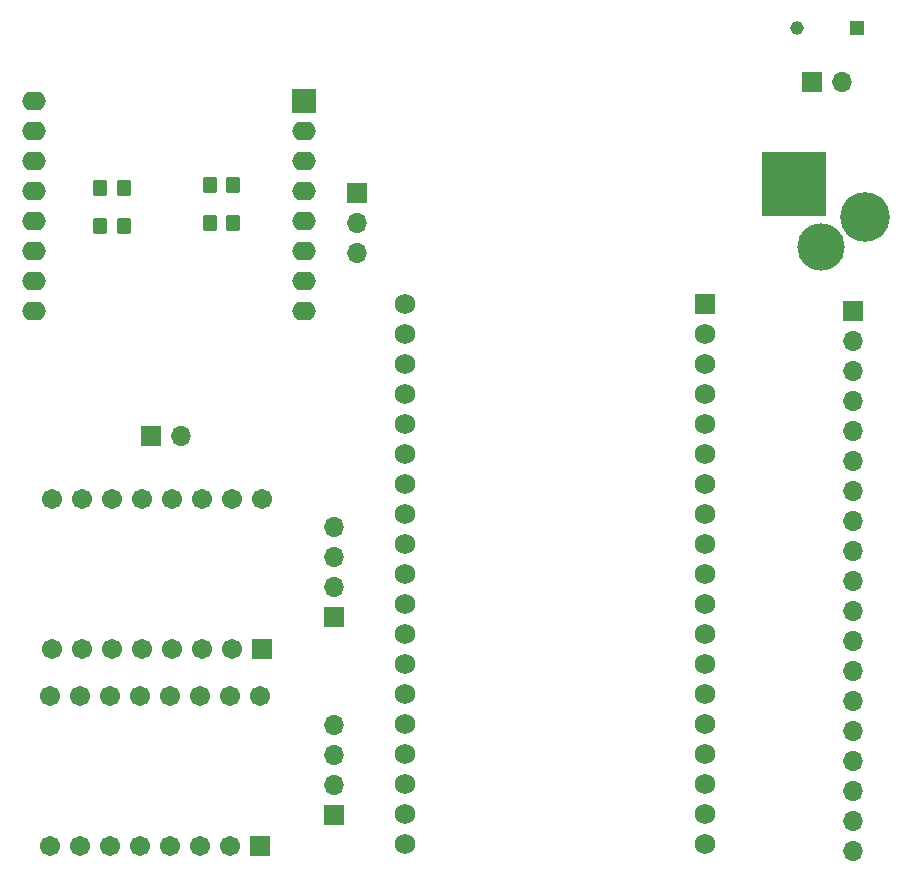
<source format=gbr>
%TF.GenerationSoftware,KiCad,Pcbnew,8.0.8*%
%TF.CreationDate,2025-02-20T12:29:39-05:00*%
%TF.ProjectId,Stardust,53746172-6475-4737-942e-6b696361645f,rev?*%
%TF.SameCoordinates,Original*%
%TF.FileFunction,Soldermask,Bot*%
%TF.FilePolarity,Negative*%
%FSLAX46Y46*%
G04 Gerber Fmt 4.6, Leading zero omitted, Abs format (unit mm)*
G04 Created by KiCad (PCBNEW 8.0.8) date 2025-02-20 12:29:39*
%MOMM*%
%LPD*%
G01*
G04 APERTURE LIST*
G04 Aperture macros list*
%AMRoundRect*
0 Rectangle with rounded corners*
0 $1 Rounding radius*
0 $2 $3 $4 $5 $6 $7 $8 $9 X,Y pos of 4 corners*
0 Add a 4 corners polygon primitive as box body*
4,1,4,$2,$3,$4,$5,$6,$7,$8,$9,$2,$3,0*
0 Add four circle primitives for the rounded corners*
1,1,$1+$1,$2,$3*
1,1,$1+$1,$4,$5*
1,1,$1+$1,$6,$7*
1,1,$1+$1,$8,$9*
0 Add four rect primitives between the rounded corners*
20,1,$1+$1,$2,$3,$4,$5,0*
20,1,$1+$1,$4,$5,$6,$7,0*
20,1,$1+$1,$6,$7,$8,$9,0*
20,1,$1+$1,$8,$9,$2,$3,0*%
G04 Aperture macros list end*
%ADD10R,1.700000X1.700000*%
%ADD11O,1.700000X1.700000*%
%ADD12R,1.150000X1.150000*%
%ADD13C,1.150000*%
%ADD14R,5.385000X5.385000*%
%ADD15C,4.005000*%
%ADD16C,4.200000*%
%ADD17RoundRect,0.102000X0.754000X-0.754000X0.754000X0.754000X-0.754000X0.754000X-0.754000X-0.754000X0*%
%ADD18C,1.712000*%
%ADD19RoundRect,0.102000X0.765000X0.765000X-0.765000X0.765000X-0.765000X-0.765000X0.765000X-0.765000X0*%
%ADD20C,1.734000*%
%ADD21RoundRect,0.250000X-0.350000X-0.450000X0.350000X-0.450000X0.350000X0.450000X-0.350000X0.450000X0*%
%ADD22RoundRect,0.250000X0.350000X0.450000X-0.350000X0.450000X-0.350000X-0.450000X0.350000X-0.450000X0*%
%ADD23R,2.000000X2.000000*%
%ADD24O,2.000000X1.600000*%
G04 APERTURE END LIST*
D10*
%TO.C,J7*%
X135500000Y-88000000D03*
D11*
X138040000Y-88000000D03*
%TD*%
D12*
%TO.C,U8*%
X195275000Y-53450000D03*
D13*
X190195000Y-53450000D03*
%TD*%
D10*
%TO.C,J3*%
X191460000Y-58000000D03*
D11*
X194000000Y-58000000D03*
%TD*%
D14*
%TO.C,J1*%
X190000000Y-66700000D03*
D15*
X192300000Y-72000000D03*
D16*
X196000000Y-69500000D03*
%TD*%
D17*
%TO.C,U2*%
X144890000Y-106000000D03*
D18*
X142350000Y-106000000D03*
X139810000Y-106000000D03*
X137270000Y-106000000D03*
X134730000Y-106000000D03*
X132190000Y-106000000D03*
X129650000Y-106000000D03*
X127110000Y-106000000D03*
X144890000Y-93300000D03*
X142350000Y-93300000D03*
X139810000Y-93300000D03*
X137270000Y-93300000D03*
X134730000Y-93300000D03*
X132190000Y-93300000D03*
X129650000Y-93300000D03*
X127110000Y-93300000D03*
%TD*%
D19*
%TO.C,U1*%
X182400000Y-76860000D03*
D20*
X182400000Y-79400000D03*
X182400000Y-81940000D03*
X182400000Y-84480000D03*
X182400000Y-87020000D03*
X182400000Y-89560000D03*
X182400000Y-92100000D03*
X182400000Y-94640000D03*
X182400000Y-97180000D03*
X182400000Y-99720000D03*
X182400000Y-102260000D03*
X182400000Y-104800000D03*
X182400000Y-107340000D03*
X182400000Y-109880000D03*
X182400000Y-112420000D03*
X182400000Y-114960000D03*
X182400000Y-117500000D03*
X182400000Y-120040000D03*
X182400000Y-122580000D03*
X157000000Y-122580000D03*
X157000000Y-120040000D03*
X157000000Y-117500000D03*
X157000000Y-114960000D03*
X157000000Y-112420000D03*
X157000000Y-109880000D03*
X157000000Y-107340000D03*
X157000000Y-104800000D03*
X157000000Y-102260000D03*
X157000000Y-99720000D03*
X157000000Y-97180000D03*
X157000000Y-94640000D03*
X157000000Y-92100000D03*
X157000000Y-89560000D03*
X157000000Y-87020000D03*
X157000000Y-84480000D03*
X157000000Y-81940000D03*
X157000000Y-79400000D03*
X157000000Y-76860000D03*
%TD*%
D21*
%TO.C,R6*%
X131250000Y-70250000D03*
X133250000Y-70250000D03*
%TD*%
D17*
%TO.C,U3*%
X144780000Y-122700000D03*
D18*
X142240000Y-122700000D03*
X139700000Y-122700000D03*
X137160000Y-122700000D03*
X134620000Y-122700000D03*
X132080000Y-122700000D03*
X129540000Y-122700000D03*
X127000000Y-122700000D03*
X144780000Y-110000000D03*
X142240000Y-110000000D03*
X139700000Y-110000000D03*
X137160000Y-110000000D03*
X134620000Y-110000000D03*
X132080000Y-110000000D03*
X129540000Y-110000000D03*
X127000000Y-110000000D03*
%TD*%
D22*
%TO.C,R5*%
X142500000Y-66750000D03*
X140500000Y-66750000D03*
%TD*%
D10*
%TO.C,J5*%
X151000000Y-120080000D03*
D11*
X151000000Y-117540000D03*
X151000000Y-115000000D03*
X151000000Y-112460000D03*
%TD*%
D22*
%TO.C,R4*%
X142500000Y-70000000D03*
X140500000Y-70000000D03*
%TD*%
D21*
%TO.C,R7*%
X131250000Y-67000000D03*
X133250000Y-67000000D03*
%TD*%
D10*
%TO.C,J6*%
X153000000Y-67460000D03*
D11*
X153000000Y-70000000D03*
X153000000Y-72540000D03*
%TD*%
D10*
%TO.C,J8*%
X195000000Y-77420000D03*
D11*
X195000000Y-79960000D03*
X195000000Y-82500000D03*
X195000000Y-85040000D03*
X195000000Y-87580000D03*
X195000000Y-90120000D03*
X195000000Y-92660000D03*
X195000000Y-95200000D03*
X195000000Y-97740000D03*
X195000000Y-100280000D03*
X195000000Y-102820000D03*
X195000000Y-105360000D03*
X195000000Y-107900000D03*
X195000000Y-110440000D03*
X195000000Y-112980000D03*
X195000000Y-115520000D03*
X195000000Y-118060000D03*
X195000000Y-120600000D03*
X195000000Y-123140000D03*
%TD*%
D10*
%TO.C,J4*%
X151000000Y-103300000D03*
D11*
X151000000Y-100760000D03*
X151000000Y-98220000D03*
X151000000Y-95680000D03*
%TD*%
D23*
%TO.C,U4*%
X148445000Y-59610000D03*
D24*
X148445000Y-62150000D03*
X148445000Y-64690000D03*
X148445000Y-67230000D03*
X148445000Y-69770000D03*
X148445000Y-72310000D03*
X148445000Y-74850000D03*
X148445000Y-77390000D03*
X125585000Y-77390000D03*
X125585000Y-74850000D03*
X125585000Y-72310000D03*
X125585000Y-69770000D03*
X125585000Y-67230000D03*
X125585000Y-64690000D03*
X125585000Y-62150000D03*
X125585000Y-59610000D03*
%TD*%
M02*

</source>
